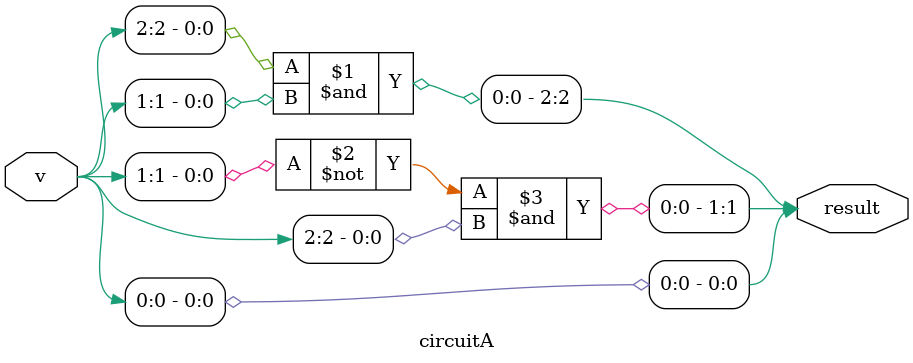
<source format=v>
module circuitA(input [2:0] v,output [2:0] result);
assign result[2]=v[2]&v[1];
assign result[1]=(~v[1])&v[2];
assign result[0]=v[0];
endmodule 
</source>
